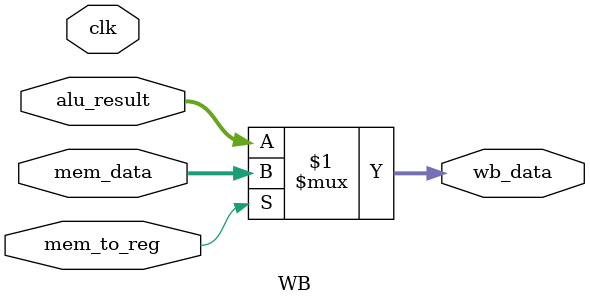
<source format=v>
module WB (
    input  mem_to_reg,    // 1: Write-back comes from memory, 0: from ALU
    input [31:0] alu_result,    // ALU computation result
    input  [31:0] mem_data,      // Data loaded from memory
    output [31:0] wb_data ,
    input clk
     // Data to write back to regfile
);
    // Select data to write back to the register file 
    assign wb_data = mem_to_reg ? mem_data : alu_result;
   /* reg mem_to_reg_q;
    reg [31:0] alu_result_q;
    always @(posedge clk) begin
    
        mem_to_reg_q <= mem_to_reg;
 
        alu_result_q <= alu_result;
    end
    assign wb_data = mem_to_reg_q ? mem_data : alu_result_q;
    */
endmodule
</source>
